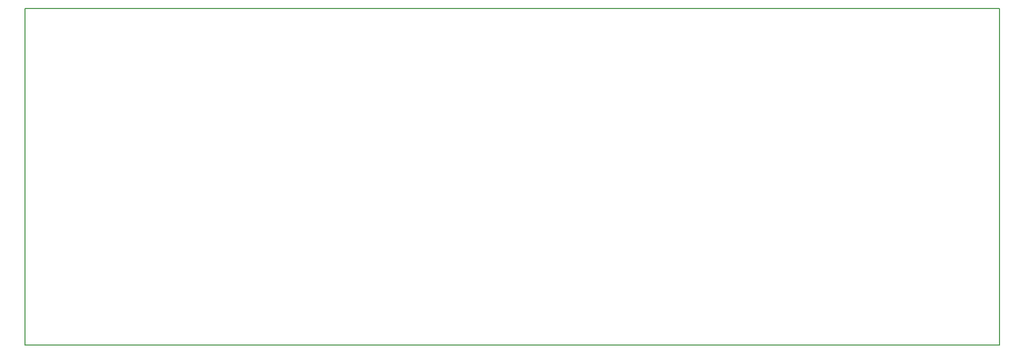
<source format=gko>
G04 #@! TF.FileFunction,Profile,NP*
%FSLAX46Y46*%
G04 Gerber Fmt 4.6, Leading zero omitted, Abs format (unit mm)*
G04 Created by KiCad (PCBNEW 4.0.4-stable) date 11/06/16 19:23:54*
%MOMM*%
%LPD*%
G01*
G04 APERTURE LIST*
%ADD10C,0.100000*%
%ADD11C,0.150000*%
G04 APERTURE END LIST*
D10*
D11*
X66040000Y-133350000D02*
X66040000Y-76200000D01*
X231140000Y-133350000D02*
X66040000Y-133350000D01*
X231140000Y-76200000D02*
X231140000Y-133350000D01*
X66040000Y-76200000D02*
X231140000Y-76200000D01*
M02*

</source>
